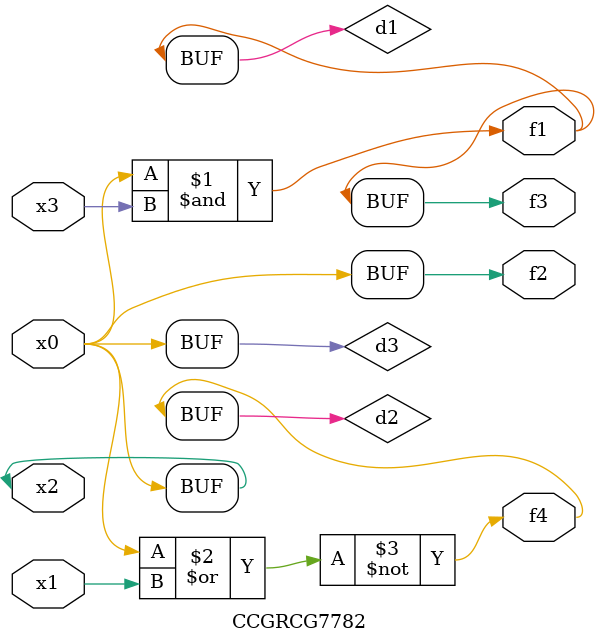
<source format=v>
module CCGRCG7782(
	input x0, x1, x2, x3,
	output f1, f2, f3, f4
);

	wire d1, d2, d3;

	and (d1, x2, x3);
	nor (d2, x0, x1);
	buf (d3, x0, x2);
	assign f1 = d1;
	assign f2 = d3;
	assign f3 = d1;
	assign f4 = d2;
endmodule

</source>
